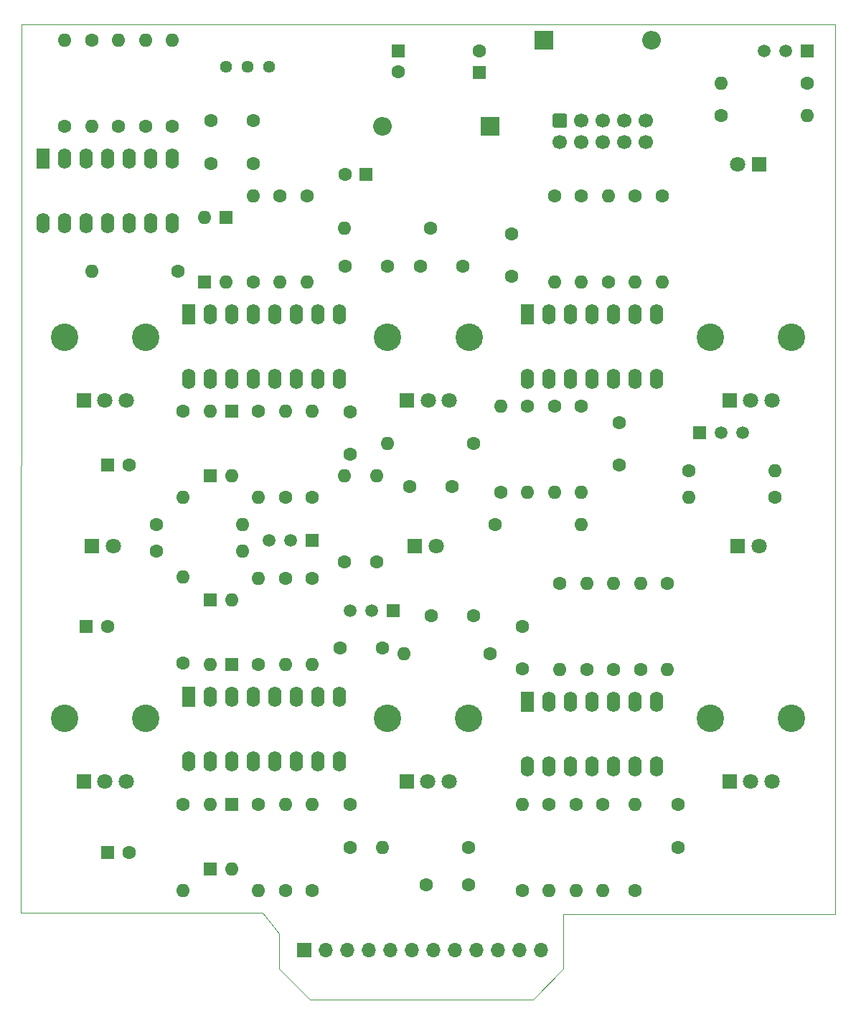
<source format=gbr>
%TF.GenerationSoftware,KiCad,Pcbnew,(5.1.9)-1*%
%TF.CreationDate,2021-09-12T20:22:20+01:00*%
%TF.ProjectId,KOSMOS LFO6,4b4f534d-4f53-4204-9c46-4f362e6b6963,rev?*%
%TF.SameCoordinates,Original*%
%TF.FileFunction,Soldermask,Top*%
%TF.FilePolarity,Negative*%
%FSLAX46Y46*%
G04 Gerber Fmt 4.6, Leading zero omitted, Abs format (unit mm)*
G04 Created by KiCad (PCBNEW (5.1.9)-1) date 2021-09-12 20:22:20*
%MOMM*%
%LPD*%
G01*
G04 APERTURE LIST*
%TA.AperFunction,Profile*%
%ADD10C,0.050000*%
%TD*%
%ADD11O,1.600000X1.600000*%
%ADD12C,1.600000*%
%ADD13C,3.240000*%
%ADD14C,1.800000*%
%ADD15R,1.800000X1.800000*%
%ADD16R,1.600000X1.600000*%
%ADD17O,2.200000X2.200000*%
%ADD18R,2.200000X2.200000*%
%ADD19C,1.700000*%
%ADD20R,1.700000X1.700000*%
%ADD21O,1.700000X1.700000*%
%ADD22R,1.500000X1.500000*%
%ADD23C,1.500000*%
%ADD24C,1.440000*%
%ADD25R,1.600000X2.400000*%
%ADD26O,1.600000X2.400000*%
G04 APERTURE END LIST*
D10*
X50368000Y-127195000D02*
X48463000Y-124782000D01*
X83896000Y-131386000D02*
X80340000Y-135000000D01*
X83896000Y-124909000D02*
X83896000Y-131386000D01*
X116027000Y-124909000D02*
X83896000Y-124909000D01*
X50368000Y-131386000D02*
X54051000Y-135000000D01*
X50368000Y-127195000D02*
X50368000Y-131386000D01*
X19888000Y-124782000D02*
X48463000Y-124782000D01*
X54051000Y-135000000D02*
X80340000Y-135000000D01*
X20000000Y-20000000D02*
X116000000Y-20000000D01*
X116000000Y-20000000D02*
X116027000Y-124909000D01*
X20000000Y-20000000D02*
X19888000Y-124782000D01*
D11*
%TO.C,R17*%
X86055000Y-50360000D03*
D12*
X86055000Y-40200000D03*
%TD*%
D13*
%TO.C,RV3*%
X63200000Y-56835000D03*
X72800000Y-56835000D03*
D14*
X70500000Y-64335000D03*
X68000000Y-64335000D03*
D15*
X65500000Y-64335000D03*
%TD*%
D13*
%TO.C,RV4*%
X25060000Y-56835000D03*
X34660000Y-56835000D03*
D14*
X32360000Y-64335000D03*
X29860000Y-64335000D03*
D15*
X27360000Y-64335000D03*
%TD*%
D12*
%TO.C,C1*%
X58750000Y-70680000D03*
X58750000Y-65680000D03*
%TD*%
%TO.C,C2*%
X58195000Y-48455000D03*
X63195000Y-48455000D03*
%TD*%
D16*
%TO.C,C3*%
X60655000Y-37660000D03*
D12*
X58155000Y-37660000D03*
%TD*%
%TO.C,C4*%
X30135000Y-91000000D03*
D16*
X27635000Y-91000000D03*
%TD*%
D12*
%TO.C,C5*%
X58750000Y-117035000D03*
X58750000Y-112035000D03*
%TD*%
%TO.C,C6*%
X57560000Y-93540000D03*
X62560000Y-93540000D03*
%TD*%
%TO.C,C7*%
X67085000Y-48455000D03*
X72085000Y-48455000D03*
%TD*%
%TO.C,C8*%
X68355000Y-89730000D03*
X73355000Y-89730000D03*
%TD*%
%TO.C,C9*%
X77800000Y-44645000D03*
X77800000Y-49645000D03*
%TD*%
%TO.C,C10*%
X90500000Y-66950000D03*
X90500000Y-71950000D03*
%TD*%
%TO.C,C11*%
X79070000Y-91000000D03*
X79070000Y-96000000D03*
%TD*%
%TO.C,C12*%
X97485000Y-112035000D03*
X97485000Y-117035000D03*
%TD*%
%TO.C,C13*%
X42320000Y-31310000D03*
X47320000Y-31310000D03*
%TD*%
%TO.C,C14*%
X47320000Y-36390000D03*
X42320000Y-36390000D03*
%TD*%
D16*
%TO.C,C15*%
X30175000Y-71950000D03*
D12*
X32675000Y-71950000D03*
%TD*%
%TO.C,C16*%
X32675000Y-117670000D03*
D16*
X30175000Y-117670000D03*
%TD*%
D12*
%TO.C,C17*%
X70815000Y-74490000D03*
X65815000Y-74490000D03*
%TD*%
%TO.C,C18*%
X72720000Y-121480000D03*
X67720000Y-121480000D03*
%TD*%
D16*
%TO.C,C19*%
X73990000Y-25595000D03*
D12*
X73990000Y-23095000D03*
%TD*%
%TO.C,C20*%
X64465000Y-25555000D03*
D16*
X64465000Y-23055000D03*
%TD*%
D11*
%TO.C,D1*%
X41605000Y-42740000D03*
D16*
X41605000Y-50360000D03*
%TD*%
%TO.C,D2*%
X44145000Y-42740000D03*
D11*
X44145000Y-50360000D03*
%TD*%
D16*
%TO.C,D3*%
X44780000Y-95445000D03*
D11*
X44780000Y-87825000D03*
%TD*%
%TO.C,D4*%
X42240000Y-95445000D03*
D16*
X42240000Y-87825000D03*
%TD*%
D14*
%TO.C,D5*%
X104470000Y-36455000D03*
D15*
X107010000Y-36455000D03*
%TD*%
D11*
%TO.C,D6*%
X44780000Y-73220000D03*
D16*
X44780000Y-65600000D03*
%TD*%
%TO.C,D7*%
X42240000Y-73220000D03*
D11*
X42240000Y-65600000D03*
%TD*%
D16*
%TO.C,D8*%
X44780000Y-111955000D03*
D11*
X44780000Y-119575000D03*
%TD*%
%TO.C,D9*%
X42240000Y-111955000D03*
D16*
X42240000Y-119575000D03*
%TD*%
D15*
%TO.C,D10*%
X28270000Y-81540000D03*
D14*
X30810000Y-81540000D03*
%TD*%
%TO.C,D11*%
X68910000Y-81540000D03*
D15*
X66370000Y-81540000D03*
%TD*%
D17*
%TO.C,D12*%
X94310000Y-21785000D03*
D18*
X81610000Y-21785000D03*
%TD*%
%TO.C,D13*%
X75260000Y-31945000D03*
D17*
X62560000Y-31945000D03*
%TD*%
D15*
%TO.C,D14*%
X104470000Y-81540000D03*
D14*
X107010000Y-81540000D03*
%TD*%
%TO.C,J1*%
G36*
G01*
X82915000Y-30460000D02*
X84115000Y-30460000D01*
G75*
G02*
X84365000Y-30710000I0J-250000D01*
G01*
X84365000Y-31910000D01*
G75*
G02*
X84115000Y-32160000I-250000J0D01*
G01*
X82915000Y-32160000D01*
G75*
G02*
X82665000Y-31910000I0J250000D01*
G01*
X82665000Y-30710000D01*
G75*
G02*
X82915000Y-30460000I250000J0D01*
G01*
G37*
D19*
X86055000Y-31310000D03*
X88595000Y-31310000D03*
X91135000Y-31310000D03*
X93675000Y-31310000D03*
X83515000Y-33850000D03*
X86055000Y-33850000D03*
X88595000Y-33850000D03*
X91135000Y-33850000D03*
X93675000Y-33850000D03*
%TD*%
D20*
%TO.C,J2*%
X53395000Y-129220000D03*
D21*
X55935000Y-129220000D03*
X58475000Y-129220000D03*
X61015000Y-129220000D03*
X63555000Y-129220000D03*
X66095000Y-129220000D03*
X68635000Y-129220000D03*
X71175000Y-129220000D03*
X73715000Y-129220000D03*
X76255000Y-129220000D03*
X78795000Y-129220000D03*
X81335000Y-129220000D03*
%TD*%
D22*
%TO.C,Q1*%
X112725000Y-23055000D03*
D23*
X107645000Y-23055000D03*
X110185000Y-23055000D03*
%TD*%
%TO.C,Q2*%
X51765000Y-80840000D03*
X49225000Y-80840000D03*
D22*
X54305000Y-80840000D03*
%TD*%
%TO.C,Q3*%
X63830000Y-89095000D03*
D23*
X58750000Y-89095000D03*
X61290000Y-89095000D03*
%TD*%
%TO.C,Q4*%
X102565000Y-68140000D03*
X105105000Y-68140000D03*
D22*
X100025000Y-68140000D03*
%TD*%
D11*
%TO.C,R1*%
X37795000Y-21785000D03*
D12*
X37795000Y-31945000D03*
%TD*%
%TO.C,R2*%
X38430000Y-49090000D03*
D11*
X28270000Y-49090000D03*
%TD*%
D12*
%TO.C,R3*%
X39065000Y-95344999D03*
D11*
X39065000Y-85184999D03*
%TD*%
%TO.C,R4*%
X47320000Y-40200000D03*
D12*
X47320000Y-50360000D03*
%TD*%
D11*
%TO.C,R5*%
X47955000Y-85285000D03*
D12*
X47955000Y-95445000D03*
%TD*%
D11*
%TO.C,R6*%
X50495000Y-50360000D03*
D12*
X50495000Y-40200000D03*
%TD*%
%TO.C,R7*%
X51130000Y-85285000D03*
D11*
X51130000Y-95445000D03*
%TD*%
D12*
%TO.C,R8*%
X31445000Y-31945000D03*
D11*
X31445000Y-21785000D03*
%TD*%
%TO.C,R9*%
X53670000Y-50360000D03*
D12*
X53670000Y-40200000D03*
%TD*%
D11*
%TO.C,R10*%
X54305000Y-95445000D03*
D12*
X54305000Y-85285000D03*
%TD*%
%TO.C,R12*%
X68275000Y-44010000D03*
D11*
X58115000Y-44010000D03*
%TD*%
%TO.C,R13*%
X65100000Y-94175000D03*
D12*
X75260000Y-94175000D03*
%TD*%
D11*
%TO.C,R14*%
X34620000Y-21785000D03*
D12*
X34620000Y-31945000D03*
%TD*%
%TO.C,R15*%
X28270000Y-21785000D03*
D11*
X28270000Y-31945000D03*
%TD*%
D12*
%TO.C,R16*%
X89230000Y-50360000D03*
D11*
X89230000Y-40200000D03*
%TD*%
D12*
%TO.C,R18*%
X86690000Y-96080000D03*
D11*
X86690000Y-85920000D03*
%TD*%
%TO.C,R19*%
X89865000Y-85920000D03*
D12*
X89865000Y-96080000D03*
%TD*%
%TO.C,R20*%
X25095000Y-31945000D03*
D11*
X25095000Y-21785000D03*
%TD*%
%TO.C,R21*%
X92405000Y-50360000D03*
D12*
X92405000Y-40200000D03*
%TD*%
%TO.C,R22*%
X93040000Y-96080000D03*
D11*
X93040000Y-85920000D03*
%TD*%
D12*
%TO.C,R23*%
X95580000Y-40200000D03*
D11*
X95580000Y-50360000D03*
%TD*%
%TO.C,R24*%
X82880000Y-50360000D03*
D12*
X82880000Y-40200000D03*
%TD*%
D11*
%TO.C,R25*%
X96215000Y-96080000D03*
D12*
X96215000Y-85920000D03*
%TD*%
%TO.C,R26*%
X83515000Y-85920000D03*
D11*
X83515000Y-96080000D03*
%TD*%
%TO.C,R27*%
X102565000Y-26865000D03*
D12*
X112725000Y-26865000D03*
%TD*%
%TO.C,R28*%
X102565000Y-30675000D03*
D11*
X112725000Y-30675000D03*
%TD*%
%TO.C,R29*%
X39065000Y-75760000D03*
D12*
X39065000Y-65600000D03*
%TD*%
D11*
%TO.C,R30*%
X39065000Y-122115000D03*
D12*
X39065000Y-111955000D03*
%TD*%
%TO.C,R31*%
X47955000Y-65600000D03*
D11*
X47955000Y-75760000D03*
%TD*%
%TO.C,R32*%
X47955000Y-122115000D03*
D12*
X47955000Y-111955000D03*
%TD*%
%TO.C,R33*%
X35890000Y-82110000D03*
D11*
X46050000Y-82110000D03*
%TD*%
%TO.C,R34*%
X51130000Y-65600000D03*
D12*
X51130000Y-75760000D03*
%TD*%
%TO.C,R35*%
X51130000Y-122115000D03*
D11*
X51130000Y-111955000D03*
%TD*%
%TO.C,R36*%
X46050000Y-78935000D03*
D12*
X35890000Y-78935000D03*
%TD*%
%TO.C,R37*%
X54305000Y-75760000D03*
D11*
X54305000Y-65600000D03*
%TD*%
%TO.C,R38*%
X54305000Y-111955000D03*
D12*
X54305000Y-122115000D03*
%TD*%
%TO.C,R39*%
X61925000Y-83380000D03*
D11*
X61925000Y-73220000D03*
%TD*%
D12*
%TO.C,R40*%
X73355000Y-69410000D03*
D11*
X63195000Y-69410000D03*
%TD*%
%TO.C,R41*%
X62560000Y-117035000D03*
D12*
X72720000Y-117035000D03*
%TD*%
%TO.C,R42*%
X58115000Y-83380000D03*
D11*
X58115000Y-73220000D03*
%TD*%
%TO.C,R43*%
X86055000Y-75125000D03*
D12*
X86055000Y-64965000D03*
%TD*%
%TO.C,R44*%
X82880000Y-64965000D03*
D11*
X82880000Y-75125000D03*
%TD*%
D12*
%TO.C,R45*%
X88595000Y-111955000D03*
D11*
X88595000Y-122115000D03*
%TD*%
%TO.C,R46*%
X85420000Y-122115000D03*
D12*
X85420000Y-111955000D03*
%TD*%
%TO.C,R47*%
X108915000Y-75760000D03*
D11*
X98755000Y-75760000D03*
%TD*%
D12*
%TO.C,R48*%
X79705000Y-64965000D03*
D11*
X79705000Y-75125000D03*
%TD*%
%TO.C,R49*%
X82245000Y-122115000D03*
D12*
X82245000Y-111955000D03*
%TD*%
D11*
%TO.C,R50*%
X108915000Y-72585000D03*
D12*
X98755000Y-72585000D03*
%TD*%
D11*
%TO.C,R51*%
X76530000Y-64965000D03*
D12*
X76530000Y-75125000D03*
%TD*%
%TO.C,R52*%
X75895000Y-78935000D03*
D11*
X86055000Y-78935000D03*
%TD*%
D12*
%TO.C,R53*%
X79070000Y-122115000D03*
D11*
X79070000Y-111955000D03*
%TD*%
D12*
%TO.C,R54*%
X92405000Y-122115000D03*
D11*
X92405000Y-111955000D03*
%TD*%
D13*
%TO.C,RV1*%
X101260000Y-56835000D03*
X110860000Y-56835000D03*
D14*
X108560000Y-64335000D03*
X106060000Y-64335000D03*
D15*
X103560000Y-64335000D03*
%TD*%
D13*
%TO.C,RV2*%
X63160000Y-101805000D03*
X72760000Y-101805000D03*
D14*
X70460000Y-109305000D03*
X67960000Y-109305000D03*
D15*
X65460000Y-109305000D03*
%TD*%
%TO.C,RV6*%
X27360000Y-109305000D03*
D14*
X29860000Y-109305000D03*
X32360000Y-109305000D03*
D13*
X34660000Y-101805000D03*
X25060000Y-101805000D03*
%TD*%
D15*
%TO.C,RV7*%
X103560000Y-109305000D03*
D14*
X106060000Y-109305000D03*
X108560000Y-109305000D03*
D13*
X110860000Y-101805000D03*
X101260000Y-101805000D03*
%TD*%
D24*
%TO.C,RV8*%
X49225000Y-24960000D03*
X46685000Y-24960000D03*
X44145000Y-24960000D03*
%TD*%
D25*
%TO.C,U1*%
X39700000Y-54170000D03*
D26*
X57480000Y-61790000D03*
X42240000Y-54170000D03*
X54940000Y-61790000D03*
X44780000Y-54170000D03*
X52400000Y-61790000D03*
X47320000Y-54170000D03*
X49860000Y-61790000D03*
X49860000Y-54170000D03*
X47320000Y-61790000D03*
X52400000Y-54170000D03*
X44780000Y-61790000D03*
X54940000Y-54170000D03*
X42240000Y-61790000D03*
X57480000Y-54170000D03*
X39700000Y-61790000D03*
%TD*%
%TO.C,U2*%
X39700000Y-106875000D03*
X57480000Y-99255000D03*
X42240000Y-106875000D03*
X54940000Y-99255000D03*
X44780000Y-106875000D03*
X52400000Y-99255000D03*
X47320000Y-106875000D03*
X49860000Y-99255000D03*
X49860000Y-106875000D03*
X47320000Y-99255000D03*
X52400000Y-106875000D03*
X44780000Y-99255000D03*
X54940000Y-106875000D03*
X42240000Y-99255000D03*
X57480000Y-106875000D03*
D25*
X39700000Y-99255000D03*
%TD*%
%TO.C,U3*%
X79705000Y-54170000D03*
D26*
X94945000Y-61790000D03*
X82245000Y-54170000D03*
X92405000Y-61790000D03*
X84785000Y-54170000D03*
X89865000Y-61790000D03*
X87325000Y-54170000D03*
X87325000Y-61790000D03*
X89865000Y-54170000D03*
X84785000Y-61790000D03*
X92405000Y-54170000D03*
X82245000Y-61790000D03*
X94945000Y-54170000D03*
X79705000Y-61790000D03*
%TD*%
D25*
%TO.C,U4*%
X79705000Y-99890000D03*
D26*
X94945000Y-107510000D03*
X82245000Y-99890000D03*
X92405000Y-107510000D03*
X84785000Y-99890000D03*
X89865000Y-107510000D03*
X87325000Y-99890000D03*
X87325000Y-107510000D03*
X89865000Y-99890000D03*
X84785000Y-107510000D03*
X92405000Y-99890000D03*
X82245000Y-107510000D03*
X94945000Y-99890000D03*
X79705000Y-107510000D03*
%TD*%
%TO.C,U5*%
X22555000Y-43375000D03*
X37795000Y-35755000D03*
X25095000Y-43375000D03*
X35255000Y-35755000D03*
X27635000Y-43375000D03*
X32715000Y-35755000D03*
X30175000Y-43375000D03*
X30175000Y-35755000D03*
X32715000Y-43375000D03*
X27635000Y-35755000D03*
X35255000Y-43375000D03*
X25095000Y-35755000D03*
X37795000Y-43375000D03*
D25*
X22555000Y-35755000D03*
%TD*%
M02*

</source>
